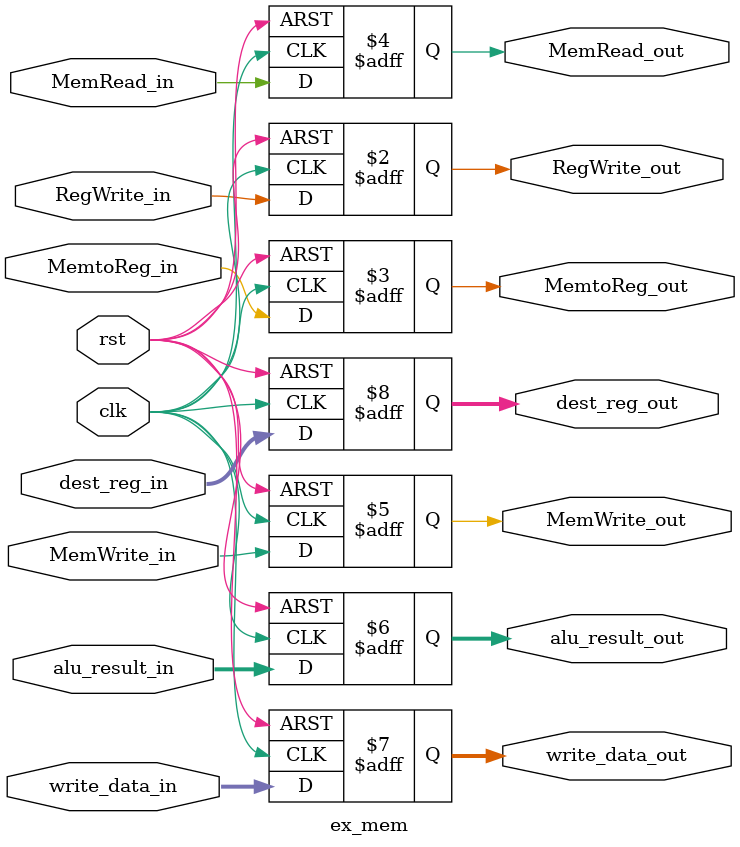
<source format=v>
`timescale 1ns / 1ps

module ex_mem (
    input  wire        clk,
    input  wire        rst,

    // Inputs from EX stage
    input  wire        RegWrite_in,
    input  wire        MemtoReg_in,
    input  wire        MemRead_in,
    input  wire        MemWrite_in,
    input  wire [31:0] alu_result_in,
    input  wire [31:0] write_data_in,
    input  wire [4:0]  dest_reg_in,

    // Outputs to MEM stage
    output reg         RegWrite_out,
    output reg         MemtoReg_out,
    output reg         MemRead_out,
    output reg         MemWrite_out,
    output reg [31:0]  alu_result_out,
    output reg [31:0]  write_data_out,
    output reg [4:0]   dest_reg_out
);

    always @(posedge clk or posedge rst) begin
        if (rst) begin
            RegWrite_out    <= 0;
            MemtoReg_out    <= 0;
            MemRead_out     <= 0;
            MemWrite_out    <= 0;
            alu_result_out  <= 0;
            write_data_out  <= 0;
            dest_reg_out    <= 0;
        end else begin
            RegWrite_out    <= RegWrite_in;
            MemtoReg_out    <= MemtoReg_in;
            MemRead_out     <= MemRead_in;
            MemWrite_out    <= MemWrite_in;
            alu_result_out  <= alu_result_in;
            write_data_out  <= write_data_in;
            dest_reg_out    <= dest_reg_in;
        end
    end

endmodule

</source>
